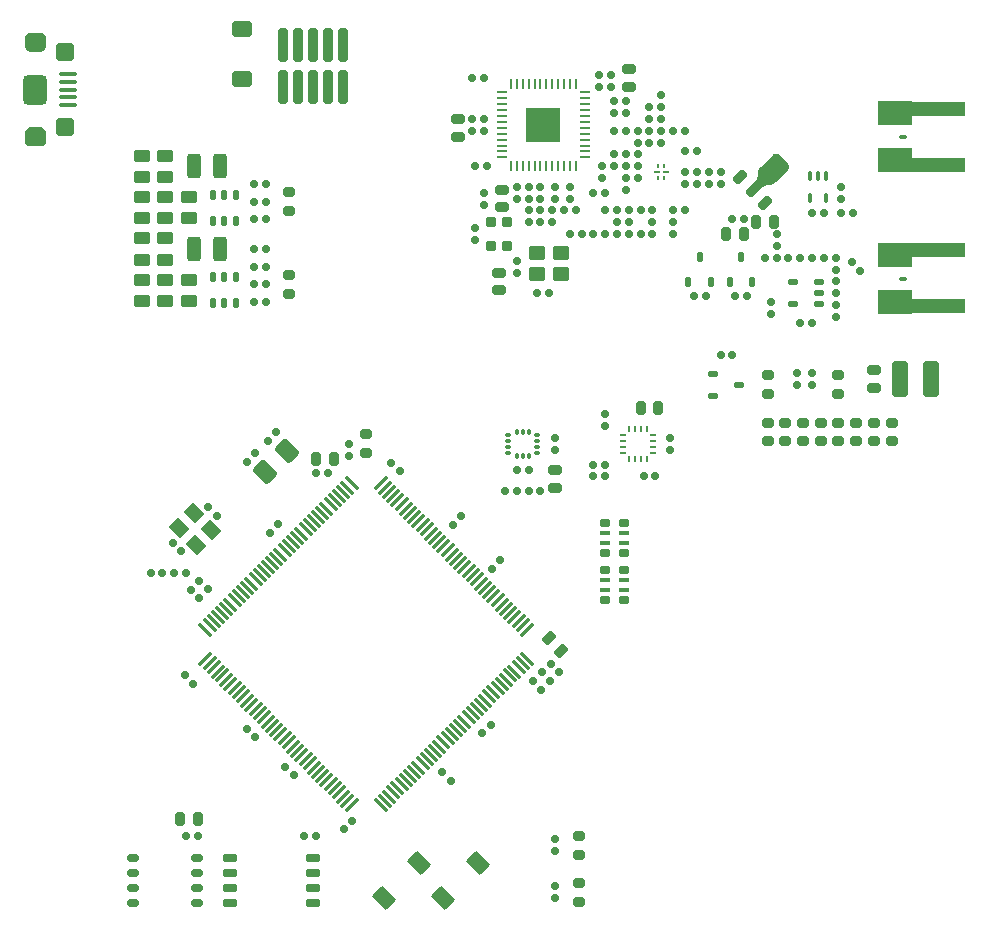
<source format=gtp>
%FSTAX23Y23*%
%MOIN*%
%SFA1B1*%

%IPPOS*%
%AMD17*
4,1,8,-0.018700,0.023000,-0.023000,0.018700,-0.023000,0.014600,0.014600,-0.023000,0.018700,-0.023000,0.023000,-0.018700,0.023000,-0.014600,-0.014600,0.023000,-0.018700,0.023000,0.0*
1,1,0.005906,-0.016700,0.020900*
1,1,0.005906,-0.020900,0.016700*
1,1,0.005906,0.016700,-0.020900*
1,1,0.005906,0.020900,-0.016700*
%
%AMD18*
4,1,8,0.023000,0.018700,0.018700,0.023000,0.014600,0.023000,-0.023000,-0.014600,-0.023000,-0.018700,-0.018700,-0.023000,-0.014600,-0.023000,0.023000,0.014600,0.023000,0.018700,0.0*
1,1,0.005906,0.020900,0.016700*
1,1,0.005906,0.016700,0.020900*
1,1,0.005906,-0.020900,-0.016700*
1,1,0.005906,-0.016700,-0.020900*
%
%AMD19*
4,1,8,-0.007700,-0.011800,0.007700,-0.011800,0.011800,-0.007700,0.011800,0.007700,0.007700,0.011800,-0.007700,0.011800,-0.011800,0.007700,-0.011800,-0.007700,-0.007700,-0.011800,0.0*
1,1,0.008268,-0.007700,-0.007700*
1,1,0.008268,0.007700,-0.007700*
1,1,0.008268,0.007700,0.007700*
1,1,0.008268,-0.007700,0.007700*
%
%AMD20*
4,1,8,0.012800,0.013800,-0.012800,0.013800,-0.019700,0.006900,-0.019700,-0.006900,-0.012800,-0.013800,0.012800,-0.013800,0.019700,-0.006900,0.019700,0.006900,0.012800,0.013800,0.0*
1,1,0.013780,0.012800,0.006900*
1,1,0.013780,-0.012800,0.006900*
1,1,0.013780,-0.012800,-0.006900*
1,1,0.013780,0.012800,-0.006900*
%
%AMD21*
4,1,8,-0.021700,0.010200,-0.021700,-0.010200,-0.016100,-0.015700,0.016100,-0.015700,0.021700,-0.010200,0.021700,0.010200,0.016100,0.015700,-0.016100,0.015700,-0.021700,0.010200,0.0*
1,1,0.011024,-0.016100,0.010200*
1,1,0.011024,-0.016100,-0.010200*
1,1,0.011024,0.016100,-0.010200*
1,1,0.011024,0.016100,0.010200*
%
%AMD22*
4,1,8,-0.002500,-0.008900,0.002500,-0.008900,0.004900,-0.006400,0.004900,0.006400,0.002500,0.008900,-0.002500,0.008900,-0.004900,0.006400,-0.004900,-0.006400,-0.002500,-0.008900,0.0*
1,1,0.004921,-0.002500,-0.006400*
1,1,0.004921,0.002500,-0.006400*
1,1,0.004921,0.002500,0.006400*
1,1,0.004921,-0.002500,0.006400*
%
%AMD23*
4,1,8,0.011800,-0.007700,0.011800,0.007700,0.007700,0.011800,-0.007700,0.011800,-0.011800,0.007700,-0.011800,-0.007700,-0.007700,-0.011800,0.007700,-0.011800,0.011800,-0.007700,0.0*
1,1,0.008268,0.007700,-0.007700*
1,1,0.008268,0.007700,0.007700*
1,1,0.008268,-0.007700,0.007700*
1,1,0.008268,-0.007700,-0.007700*
%
%AMD24*
4,1,8,0.010200,0.021700,-0.010200,0.021700,-0.015700,0.016100,-0.015700,-0.016100,-0.010200,-0.021700,0.010200,-0.021700,0.015700,-0.016100,0.015700,0.016100,0.010200,0.021700,0.0*
1,1,0.011024,0.010200,0.016100*
1,1,0.011024,-0.010200,0.016100*
1,1,0.011024,-0.010200,-0.016100*
1,1,0.011024,0.010200,-0.016100*
%
%AMD25*
4,1,8,0.022600,0.008100,0.008100,0.022600,0.000300,0.022500,-0.022500,-0.000300,-0.022600,-0.008100,-0.008100,-0.022600,-0.000300,-0.022500,0.022500,0.000300,0.022600,0.008100,0.0*
1,1,0.011024,0.018600,0.004200*
1,1,0.011024,0.004200,0.018600*
1,1,0.011024,-0.018600,-0.004200*
1,1,0.011024,-0.004200,-0.018600*
%
%AMD26*
4,1,8,-0.007900,-0.003900,0.007900,-0.003900,0.009800,-0.002000,0.009800,0.002000,0.007900,0.003900,-0.007900,0.003900,-0.009800,0.002000,-0.009800,-0.002000,-0.007900,-0.003900,0.0*
1,1,0.003937,-0.007900,-0.002000*
1,1,0.003937,0.007900,-0.002000*
1,1,0.003937,0.007900,0.002000*
1,1,0.003937,-0.007900,0.002000*
%
%AMD27*
4,1,8,-0.027600,0.012800,-0.027600,-0.012800,-0.020700,-0.019700,0.020700,-0.019700,0.027600,-0.012800,0.027600,0.012800,0.020700,0.019700,-0.020700,0.019700,-0.027600,0.012800,0.0*
1,1,0.013780,-0.020700,0.012800*
1,1,0.013780,-0.020700,-0.012800*
1,1,0.013780,0.020700,-0.012800*
1,1,0.013780,0.020700,0.012800*
%
%AMD28*
4,1,8,0.009800,-0.010800,0.009800,0.010800,0.004900,0.015700,-0.004900,0.015700,-0.009800,0.010800,-0.009800,-0.010800,-0.004900,-0.015700,0.004900,-0.015700,0.009800,-0.010800,0.0*
1,1,0.009843,0.004900,-0.010800*
1,1,0.009843,0.004900,0.010800*
1,1,0.009843,-0.004900,0.010800*
1,1,0.009843,-0.004900,-0.010800*
%
%AMD29*
4,1,8,-0.013800,-0.002900,-0.002900,-0.013800,0.002900,-0.013800,0.013800,-0.002900,0.013800,0.002900,0.002900,0.013800,-0.002900,0.013800,-0.013800,0.002900,-0.013800,-0.002900,0.0*
1,1,0.008268,-0.010900,0.000000*
1,1,0.008268,0.000000,-0.010900*
1,1,0.008268,0.010900,0.000000*
1,1,0.008268,0.000000,0.010900*
%
%AMD30*
4,1,8,0.002900,-0.013800,0.013800,-0.002900,0.013800,0.002900,0.002900,0.013800,-0.002900,0.013800,-0.013800,0.002900,-0.013800,-0.002900,-0.002900,-0.013800,0.002900,-0.013800,0.0*
1,1,0.008268,0.000000,-0.010900*
1,1,0.008268,0.010900,0.000000*
1,1,0.008268,0.000000,0.010900*
1,1,0.008268,-0.010900,0.000000*
%
%AMD31*
4,1,8,0.019200,0.029500,-0.019200,0.029500,-0.029500,0.019200,-0.029500,-0.019200,-0.019200,-0.029500,0.019200,-0.029500,0.029500,-0.019200,0.029500,0.019200,0.019200,0.029500,0.0*
1,1,0.020669,0.019200,0.019200*
1,1,0.020669,-0.019200,0.019200*
1,1,0.020669,-0.019200,-0.019200*
1,1,0.020669,0.019200,-0.019200*
%
%AMD32*
4,1,8,0.026100,0.006900,-0.026100,0.006900,-0.029500,0.003400,-0.029500,-0.003400,-0.026100,-0.006900,0.026100,-0.006900,0.029500,-0.003400,0.029500,0.003400,0.026100,0.006900,0.0*
1,1,0.006890,0.026100,0.003400*
1,1,0.006890,-0.026100,0.003400*
1,1,0.006890,-0.026100,-0.003400*
1,1,0.006890,0.026100,-0.003400*
%
%AMD33*
4,1,8,0.025600,0.049200,-0.025600,0.049200,-0.039400,0.035400,-0.039400,-0.035400,-0.025600,-0.049200,0.025600,-0.049200,0.039400,-0.035400,0.039400,0.035400,0.025600,0.049200,0.0*
1,1,0.027559,0.025600,0.035400*
1,1,0.027559,-0.025600,0.035400*
1,1,0.027559,-0.025600,-0.035400*
1,1,0.027559,0.025600,-0.035400*
%
%AMD34*
4,1,8,-0.010800,-0.009800,0.010800,-0.009800,0.015700,-0.004900,0.015700,0.004900,0.010800,0.009800,-0.010800,0.009800,-0.015700,0.004900,-0.015700,-0.004900,-0.010800,-0.009800,0.0*
1,1,0.009843,-0.010800,-0.004900*
1,1,0.009843,0.010800,-0.004900*
1,1,0.009843,0.010800,0.004900*
1,1,0.009843,-0.010800,0.004900*
%
%AMD35*
4,1,8,-0.002200,-0.015700,0.002200,-0.015700,0.004300,-0.013600,0.004300,0.013600,0.002200,0.015700,-0.002200,0.015700,-0.004300,0.013600,-0.004300,-0.013600,-0.002200,-0.015700,0.0*
1,1,0.004331,-0.002200,-0.013600*
1,1,0.004331,0.002200,-0.013600*
1,1,0.004331,0.002200,0.013600*
1,1,0.004331,-0.002200,0.013600*
%
%AMD36*
4,1,8,0.015700,-0.002200,0.015700,0.002200,0.013600,0.004300,-0.013600,0.004300,-0.015700,0.002200,-0.015700,-0.002200,-0.013600,-0.004300,0.013600,-0.004300,0.015700,-0.002200,0.0*
1,1,0.004331,0.013600,-0.002200*
1,1,0.004331,0.013600,0.002200*
1,1,0.004331,-0.013600,0.002200*
1,1,0.004331,-0.013600,-0.002200*
%
%AMD37*
4,1,8,0.000000,0.022200,-0.022200,0.000000,-0.022300,-0.011100,-0.011100,-0.022300,0.000000,-0.022200,0.022200,0.000000,0.022300,0.011100,0.011100,0.022300,0.000000,0.022200,0.0*
1,1,0.015748,0.005500,0.016700*
1,1,0.015748,-0.016700,-0.005500*
1,1,0.015748,-0.005500,-0.016700*
1,1,0.015748,0.016700,0.005500*
%
%AMD38*
4,1,8,0.003000,0.015700,-0.003000,0.015700,-0.005900,0.012800,-0.005900,-0.012800,-0.003000,-0.015700,0.003000,-0.015700,0.005900,-0.012800,0.005900,0.012800,0.003000,0.015700,0.0*
1,1,0.005906,0.003000,0.012800*
1,1,0.005906,-0.003000,0.012800*
1,1,0.005906,-0.003000,-0.012800*
1,1,0.005906,0.003000,-0.012800*
%
%AMD39*
4,1,8,0.030300,0.003000,0.003000,0.030300,-0.008600,0.030400,-0.030400,0.008600,-0.030300,-0.003000,-0.003000,-0.030300,0.008600,-0.030400,0.030400,-0.008600,0.030300,0.003000,0.0*
1,1,0.016535,0.024500,-0.002800*
1,1,0.016535,-0.002800,0.024500*
1,1,0.016535,-0.024500,0.002800*
1,1,0.016535,0.002800,-0.024500*
%
%AMD40*
4,1,8,-0.005900,0.006900,-0.005900,-0.006900,-0.003000,-0.009800,0.003000,-0.009800,0.005900,-0.006900,0.005900,0.006900,0.003000,0.009800,-0.003000,0.009800,-0.005900,0.006900,0.0*
1,1,0.005906,-0.003000,0.006900*
1,1,0.005906,-0.003000,-0.006900*
1,1,0.005906,0.003000,-0.006900*
1,1,0.005906,0.003000,0.006900*
%
%AMD41*
4,1,8,0.006900,0.005900,-0.006900,0.005900,-0.009800,0.003000,-0.009800,-0.003000,-0.006900,-0.005900,0.006900,-0.005900,0.009800,-0.003000,0.009800,0.003000,0.006900,0.005900,0.0*
1,1,0.005906,0.006900,0.003000*
1,1,0.005906,-0.006900,0.003000*
1,1,0.005906,-0.006900,-0.003000*
1,1,0.005906,0.006900,-0.003000*
%
%AMD42*
4,1,8,0.019700,-0.010200,0.019700,0.010200,0.014200,0.015700,-0.014200,0.015700,-0.019700,0.010200,-0.019700,-0.010200,-0.014200,-0.015700,0.014200,-0.015700,0.019700,-0.010200,0.0*
1,1,0.011024,0.014200,-0.010200*
1,1,0.011024,0.014200,0.010200*
1,1,0.011024,-0.014200,0.010200*
1,1,0.011024,-0.014200,-0.010200*
%
%AMD43*
4,1,8,-0.010100,0.037300,-0.037300,0.010100,-0.037300,0.001100,0.001100,-0.037300,0.010100,-0.037300,0.037300,-0.010100,0.037300,-0.001100,-0.001100,0.037300,-0.010100,0.037300,0.0*
1,1,0.012795,-0.005600,0.032700*
1,1,0.012795,-0.032700,0.005600*
1,1,0.012795,0.005600,-0.032700*
1,1,0.012795,0.032700,-0.005600*
%
%AMD44*
4,1,8,0.016700,0.013800,-0.016700,0.013800,-0.023600,0.006900,-0.023600,-0.006900,-0.016700,-0.013800,0.016700,-0.013800,0.023600,-0.006900,0.023600,0.006900,0.016700,0.013800,0.0*
1,1,0.013780,0.016700,0.006900*
1,1,0.013780,-0.016700,0.006900*
1,1,0.013780,-0.016700,-0.006900*
1,1,0.013780,0.016700,-0.006900*
%
%AMD45*
4,1,8,-0.017700,0.010200,-0.017700,-0.010200,-0.012200,-0.015700,0.012200,-0.015700,0.017700,-0.010200,0.017700,0.010200,0.012200,0.015700,-0.012200,0.015700,-0.017700,0.010200,0.0*
1,1,0.011024,-0.012200,0.010200*
1,1,0.011024,-0.012200,-0.010200*
1,1,0.011024,0.012200,-0.010200*
1,1,0.011024,0.012200,0.010200*
%
%AMD48*
4,1,8,0.033500,-0.019200,0.033500,0.019200,0.027100,0.025600,-0.027100,0.025600,-0.033500,0.019200,-0.033500,-0.019200,-0.027100,-0.025600,0.027100,-0.025600,0.033500,-0.019200,0.0*
1,1,0.012795,0.027100,-0.019200*
1,1,0.012795,0.027100,0.019200*
1,1,0.012795,-0.027100,0.019200*
1,1,0.012795,-0.027100,-0.019200*
%
%AMD49*
4,1,8,0.015700,-0.049600,0.015700,0.049600,0.010200,0.055100,-0.010200,0.055100,-0.015700,0.049600,-0.015700,-0.049600,-0.010200,-0.055100,0.010200,-0.055100,0.015700,-0.049600,0.0*
1,1,0.011024,0.010200,-0.049600*
1,1,0.011024,0.010200,0.049600*
1,1,0.011024,-0.010200,0.049600*
1,1,0.011024,-0.010200,-0.049600*
%
%AMD50*
4,1,8,0.019300,0.023600,-0.019300,0.023600,-0.027600,0.015400,-0.027600,-0.015400,-0.019300,-0.023600,0.019300,-0.023600,0.027600,-0.015400,0.027600,0.015400,0.019300,0.023600,0.0*
1,1,0.016535,0.019300,0.015400*
1,1,0.016535,-0.019300,0.015400*
1,1,0.016535,-0.019300,-0.015400*
1,1,0.016535,0.019300,-0.015400*
%
%AMD51*
4,1,8,-0.009700,-0.005900,0.009700,-0.005900,0.011800,-0.003800,0.011800,0.003800,0.009700,0.005900,-0.009700,0.005900,-0.011800,0.003800,-0.011800,-0.003800,-0.009700,-0.005900,0.0*
1,1,0.004134,-0.009700,-0.003800*
1,1,0.004134,0.009700,-0.003800*
1,1,0.004134,0.009700,0.003800*
1,1,0.004134,-0.009700,0.003800*
%
%AMD52*
4,1,8,-0.057100,-0.057100,0.057100,-0.057100,0.057100,-0.057100,0.057100,0.057100,0.057100,0.057100,-0.057100,0.057100,-0.057100,0.057100,-0.057100,-0.057100,-0.057100,-0.057100,0.0*
1,1,0.000000,-0.057100,-0.057100*
1,1,0.000000,0.057100,-0.057100*
1,1,0.000000,0.057100,0.057100*
1,1,0.000000,-0.057100,0.057100*
%
%AMD53*
4,1,8,0.020700,0.059100,-0.020700,0.059100,-0.027600,0.052200,-0.027600,-0.052200,-0.020700,-0.059100,0.020700,-0.059100,0.027600,-0.052200,0.027600,0.052200,0.020700,0.059100,0.0*
1,1,0.013780,0.020700,0.052200*
1,1,0.013780,-0.020700,0.052200*
1,1,0.013780,-0.020700,-0.052200*
1,1,0.013780,0.020700,-0.052200*
%
%AMD54*
4,1,8,-0.015700,0.007700,-0.015700,-0.007700,-0.011600,-0.011800,0.011600,-0.011800,0.015700,-0.007700,0.015700,0.007700,0.011600,0.011800,-0.011600,0.011800,-0.015700,0.007700,0.0*
1,1,0.008268,-0.011600,0.007700*
1,1,0.008268,-0.011600,-0.007700*
1,1,0.008268,0.011600,-0.007700*
1,1,0.008268,0.011600,0.007700*
%
%AMD55*
4,1,8,-0.015700,0.005100,-0.015700,-0.005100,-0.013000,-0.007900,0.013000,-0.007900,0.015700,-0.005100,0.015700,0.005100,0.013000,0.007900,-0.013000,0.007900,-0.015700,0.005100,0.0*
1,1,0.005512,-0.013000,0.005100*
1,1,0.005512,-0.013000,-0.005100*
1,1,0.005512,0.013000,-0.005100*
1,1,0.005512,0.013000,0.005100*
%
%AMD56*
4,1,8,-0.002000,-0.006500,0.002000,-0.006500,0.003900,-0.004500,0.003900,0.004500,0.002000,0.006500,-0.002000,0.006500,-0.003900,0.004500,-0.003900,-0.004500,-0.002000,-0.006500,0.0*
1,1,0.003937,-0.002000,-0.004500*
1,1,0.003937,0.002000,-0.004500*
1,1,0.003937,0.002000,0.004500*
1,1,0.003937,-0.002000,0.004500*
%
%AMD57*
4,1,8,-0.008900,0.002500,-0.008900,-0.002500,-0.006400,-0.004900,0.006400,-0.004900,0.008900,-0.002500,0.008900,0.002500,0.006400,0.004900,-0.006400,0.004900,-0.008900,0.002500,0.0*
1,1,0.004921,-0.006400,0.002500*
1,1,0.004921,-0.006400,-0.002500*
1,1,0.004921,0.006400,-0.002500*
1,1,0.004921,0.006400,0.002500*
%
%AMD58*
4,1,8,-0.012400,0.037700,-0.037700,0.012400,-0.037800,-0.001300,-0.001300,-0.037800,0.012400,-0.037700,0.037700,-0.012400,0.037800,0.001300,0.001300,0.037800,-0.012400,0.037700,0.0*
1,1,0.019291,-0.005600,0.030900*
1,1,0.019291,-0.030900,0.005600*
1,1,0.019291,0.005600,-0.030900*
1,1,0.019291,0.030900,-0.005600*
%
%AMD59*
4,1,8,0.014100,0.041300,-0.014100,0.041300,-0.021700,0.033800,-0.021700,-0.033800,-0.014100,-0.041300,0.014100,-0.041300,0.021700,-0.033800,0.021700,0.033800,0.014100,0.041300,0.0*
1,1,0.015157,0.014100,0.033800*
1,1,0.015157,-0.014100,0.033800*
1,1,0.015157,-0.014100,-0.033800*
1,1,0.015157,0.014100,-0.033800*
%
G04~CAMADD=17~8~0.0~0.0~118.1~590.6~29.5~0.0~15~0.0~0.0~0.0~0.0~0~0.0~0.0~0.0~0.0~0~0.0~0.0~0.0~45.0~476.0~476.0*
%ADD17D17*%
G04~CAMADD=18~8~0.0~0.0~118.1~590.6~29.5~0.0~15~0.0~0.0~0.0~0.0~0~0.0~0.0~0.0~0.0~0~0.0~0.0~0.0~315.0~476.0~476.0*
%ADD18D18*%
G04~CAMADD=19~8~0.0~0.0~236.2~236.2~41.3~0.0~15~0.0~0.0~0.0~0.0~0~0.0~0.0~0.0~0.0~0~0.0~0.0~0.0~180.0~236.0~236.0*
%ADD19D19*%
G04~CAMADD=20~8~0.0~0.0~393.7~275.6~68.9~0.0~15~0.0~0.0~0.0~0.0~0~0.0~0.0~0.0~0.0~0~0.0~0.0~0.0~0.0~393.7~275.6*
%ADD20D20*%
G04~CAMADD=21~8~0.0~0.0~315.0~433.1~55.1~0.0~15~0.0~0.0~0.0~0.0~0~0.0~0.0~0.0~0.0~0~0.0~0.0~0.0~90.0~434.0~315.0*
%ADD21D21*%
G04~CAMADD=22~8~0.0~0.0~98.4~177.2~24.6~0.0~15~0.0~0.0~0.0~0.0~0~0.0~0.0~0.0~0.0~0~0.0~0.0~0.0~180.0~100.0~178.0*
%ADD22D22*%
G04~CAMADD=23~8~0.0~0.0~236.2~236.2~41.3~0.0~15~0.0~0.0~0.0~0.0~0~0.0~0.0~0.0~0.0~0~0.0~0.0~0.0~270.0~236.0~236.0*
%ADD23D23*%
G04~CAMADD=24~8~0.0~0.0~315.0~433.1~55.1~0.0~15~0.0~0.0~0.0~0.0~0~0.0~0.0~0.0~0.0~0~0.0~0.0~0.0~0.0~315.0~433.1*
%ADD24D24*%
G04~CAMADD=25~8~0.0~0.0~315.0~433.1~55.1~0.0~15~0.0~0.0~0.0~0.0~0~0.0~0.0~0.0~0.0~0~0.0~0.0~0.0~315.0~482.0~482.0*
%ADD25D25*%
G04~CAMADD=26~8~0.0~0.0~196.9~78.7~19.7~0.0~15~0.0~0.0~0.0~0.0~0~0.0~0.0~0.0~0.0~0~0.0~0.0~0.0~180.0~196.0~78.0*
%ADD26D26*%
G04~CAMADD=27~8~0.0~0.0~393.7~551.2~68.9~0.0~15~0.0~0.0~0.0~0.0~0~0.0~0.0~0.0~0.0~0~0.0~0.0~0.0~90.0~552.0~395.0*
%ADD27D27*%
G04~CAMADD=28~8~0.0~0.0~315.0~196.9~49.2~0.0~15~0.0~0.0~0.0~0.0~0~0.0~0.0~0.0~0.0~0~0.0~0.0~0.0~270.0~196.0~314.0*
%ADD28D28*%
G04~CAMADD=29~8~0.0~0.0~236.2~236.2~41.3~0.0~15~0.0~0.0~0.0~0.0~0~0.0~0.0~0.0~0.0~0~0.0~0.0~0.0~135.0~300.0~299.0*
%ADD29D29*%
G04~CAMADD=30~8~0.0~0.0~236.2~236.2~41.3~0.0~15~0.0~0.0~0.0~0.0~0~0.0~0.0~0.0~0.0~0~0.0~0.0~0.0~225.0~300.0~299.0*
%ADD30D30*%
G04~CAMADD=31~8~0.0~0.0~590.6~590.6~103.3~0.0~15~0.0~0.0~0.0~0.0~0~0.0~0.0~0.0~0.0~0~0.0~0.0~0.0~0.0~590.6~590.6*
%ADD31D31*%
G04~CAMADD=32~8~0.0~0.0~590.6~137.8~34.4~0.0~15~0.0~0.0~0.0~0.0~0~0.0~0.0~0.0~0.0~0~0.0~0.0~0.0~0.0~590.6~137.8*
%ADD32D32*%
G04~CAMADD=33~8~0.0~0.0~787.4~984.3~137.8~0.0~15~0.0~0.0~0.0~0.0~0~0.0~0.0~0.0~0.0~0~0.0~0.0~0.0~0.0~787.4~984.3*
%ADD33D33*%
G04~CAMADD=34~8~0.0~0.0~315.0~196.9~49.2~0.0~15~0.0~0.0~0.0~0.0~0~0.0~0.0~0.0~0.0~0~0.0~0.0~0.0~180.0~314.0~196.0*
%ADD34D34*%
G04~CAMADD=35~8~0.0~0.0~86.6~315.0~21.7~0.0~15~0.0~0.0~0.0~0.0~0~0.0~0.0~0.0~0.0~0~0.0~0.0~0.0~180.0~86.0~314.0*
%ADD35D35*%
G04~CAMADD=36~8~0.0~0.0~86.6~315.0~21.7~0.0~15~0.0~0.0~0.0~0.0~0~0.0~0.0~0.0~0.0~0~0.0~0.0~0.0~270.0~314.0~86.0*
%ADD36D36*%
G04~CAMADD=37~8~0.0~0.0~472.4~315.0~78.7~0.0~15~0.0~0.0~0.0~0.0~0~0.0~0.0~0.0~0.0~0~0.0~0.0~0.0~45.0~490.0~490.0*
%ADD37D37*%
G04~CAMADD=38~8~0.0~0.0~118.1~315.0~29.5~0.0~15~0.0~0.0~0.0~0.0~0~0.0~0.0~0.0~0.0~0~0.0~0.0~0.0~0.0~118.1~315.0*
%ADD38D38*%
G04~CAMADD=39~8~0.0~0.0~551.2~472.4~82.7~0.0~15~0.0~0.0~0.0~0.0~0~0.0~0.0~0.0~0.0~0~0.0~0.0~0.0~315.0~654.0~654.0*
%ADD39D39*%
G04~CAMADD=40~8~0.0~0.0~196.9~118.1~29.5~0.0~15~0.0~0.0~0.0~0.0~0~0.0~0.0~0.0~0.0~0~0.0~0.0~0.0~90.0~118.0~196.0*
%ADD40D40*%
G04~CAMADD=41~8~0.0~0.0~196.9~118.1~29.5~0.0~15~0.0~0.0~0.0~0.0~0~0.0~0.0~0.0~0.0~0~0.0~0.0~0.0~0.0~196.9~118.1*
%ADD41D41*%
G04~CAMADD=42~8~0.0~0.0~315.0~393.7~55.1~0.0~15~0.0~0.0~0.0~0.0~0~0.0~0.0~0.0~0.0~0~0.0~0.0~0.0~270.0~394.0~315.0*
%ADD42D42*%
G04~CAMADD=43~8~0.0~0.0~511.8~669.3~64.0~0.0~15~0.0~0.0~0.0~0.0~0~0.0~0.0~0.0~0.0~0~0.0~0.0~0.0~45.0~783.0~781.0*
%ADD43D43*%
G04~CAMADD=44~8~0.0~0.0~472.4~275.6~68.9~0.0~15~0.0~0.0~0.0~0.0~0~0.0~0.0~0.0~0.0~0~0.0~0.0~0.0~0.0~472.4~275.6*
%ADD44D44*%
G04~CAMADD=45~8~0.0~0.0~315.0~354.3~55.1~0.0~15~0.0~0.0~0.0~0.0~0~0.0~0.0~0.0~0.0~0~0.0~0.0~0.0~90.0~354.0~314.0*
%ADD45D45*%
%ADD46R,0.181102X0.049212*%
%ADD47R,0.118110X0.078740*%
G04~CAMADD=48~8~0.0~0.0~511.8~669.3~64.0~0.0~15~0.0~0.0~0.0~0.0~0~0.0~0.0~0.0~0.0~0~0.0~0.0~0.0~270.0~670.0~512.0*
%ADD48D48*%
G04~CAMADD=49~8~0.0~0.0~1102.4~315.0~55.1~0.0~15~0.0~0.0~0.0~0.0~0~0.0~0.0~0.0~0.0~0~0.0~0.0~0.0~270.0~314.0~1102.0*
%ADD49D49*%
G04~CAMADD=50~8~0.0~0.0~551.2~472.4~82.7~0.0~15~0.0~0.0~0.0~0.0~0~0.0~0.0~0.0~0.0~0~0.0~0.0~0.0~0.0~551.2~472.4*
%ADD50D50*%
G04~CAMADD=51~8~0.0~0.0~236.2~118.1~20.7~0.0~15~0.0~0.0~0.0~0.0~0~0.0~0.0~0.0~0.0~0~0.0~0.0~0.0~180.0~236.0~118.0*
%ADD51D51*%
G04~CAMADD=52~8~0.0~0.0~1141.7~1141.7~0.0~0.0~15~0.0~0.0~0.0~0.0~0~0.0~0.0~0.0~0.0~0~0.0~0.0~0.0~180.0~1142.0~1142.0*
%ADD52D52*%
G04~CAMADD=53~8~0.0~0.0~551.2~1181.1~68.9~0.0~15~0.0~0.0~0.0~0.0~0~0.0~0.0~0.0~0.0~0~0.0~0.0~0.0~0.0~551.2~1181.1*
%ADD53D53*%
G04~CAMADD=54~8~0.0~0.0~236.2~315.0~41.3~0.0~15~0.0~0.0~0.0~0.0~0~0.0~0.0~0.0~0.0~0~0.0~0.0~0.0~90.0~314.0~236.0*
%ADD54D54*%
G04~CAMADD=55~8~0.0~0.0~157.5~315.0~27.6~0.0~15~0.0~0.0~0.0~0.0~0~0.0~0.0~0.0~0.0~0~0.0~0.0~0.0~90.0~316.0~157.0*
%ADD55D55*%
G04~CAMADD=56~8~0.0~0.0~78.7~129.9~19.7~0.0~15~0.0~0.0~0.0~0.0~0~0.0~0.0~0.0~0.0~0~0.0~0.0~0.0~180.0~78.0~130.0*
%ADD56D56*%
G04~CAMADD=57~8~0.0~0.0~98.4~177.2~24.6~0.0~15~0.0~0.0~0.0~0.0~0~0.0~0.0~0.0~0.0~0~0.0~0.0~0.0~90.0~178.0~99.0*
%ADD57D57*%
G04~CAMADD=58~8~0.0~0.0~551.2~708.7~96.5~0.0~15~0.0~0.0~0.0~0.0~0~0.0~0.0~0.0~0.0~0~0.0~0.0~0.0~45.0~810.0~809.0*
%ADD58D58*%
G04~CAMADD=59~8~0.0~0.0~433.1~826.8~75.8~0.0~15~0.0~0.0~0.0~0.0~0~0.0~0.0~0.0~0.0~0~0.0~0.0~0.0~0.0~433.1~826.8*
%ADD59D59*%
%LNsysdev3-1*%
%LPD*%
G36*
X00112Y01405D02*
Y01401D01*
X00109Y01394*
X00103Y01388*
X00096Y01385*
X00092*
X00064*
X00061*
X00053Y01388*
X00048Y01394*
X00045Y01401*
Y01405*
Y01435*
Y01438*
X00046Y01442*
X0005Y01445*
X00054Y01446*
X00056*
X00101*
X00103*
X00107Y01445*
X0011Y01442*
X00112Y01438*
Y01435*
Y01405*
G37*
G36*
Y01114D02*
Y01118D01*
X00109Y01125*
X00103Y0113*
X00096Y01133*
X00092*
X00064*
X00061*
X00053Y0113*
X00048Y01125*
X00045Y01118*
Y01114*
Y01083*
Y01081*
X00046Y01077*
X0005Y01074*
X00054Y01072*
X00056*
X00101*
X00103*
X00107Y01074*
X0011Y01077*
X00112Y01081*
Y01083*
Y01114*
G37*
G36*
X02466Y00943D02*
X02478Y00955D01*
X0248Y00957*
X02483Y00961*
X02485Y00966*
X02486Y00971*
X02486Y00974*
Y00978*
X02487Y00986*
X0249Y00993*
X02495Y01*
X02498Y01002*
X02536Y01041*
X02538Y01043*
X02544Y01045*
X0255*
X02556Y01043*
X02558Y01041*
X02586Y01013*
X02588Y01011*
X02591Y01005*
Y00999*
X02588Y00993*
X02586Y00991*
X02548Y00952*
X02545Y0095*
X02538Y00945*
X02531Y00942*
X02523Y00941*
X02519*
X02517Y0094*
X02511Y00939*
X02507Y00937*
X02502Y00934*
X025Y00933*
X02489Y00921*
X02466Y00943*
G37*
G54D17*
X01132Y-00054D03*
X01369Y-00987D03*
X01703Y-00653D03*
X01522Y-00834D03*
X00714Y-00472D03*
X00728Y-00458D03*
X00923Y-00263D03*
X00645Y-00541D03*
X00659Y-00527D03*
X00673Y-00513D03*
X00686Y-005D03*
X007Y-00486D03*
X00742Y-00444D03*
X00756Y-0043D03*
X0077Y-00416D03*
X00784Y-00402D03*
X00798Y-00388D03*
X00812Y-00374D03*
X00826Y-0036D03*
X0084Y-00346D03*
X00853Y-00333D03*
X00867Y-00319D03*
X00881Y-00305D03*
X00895Y-00291D03*
X00909Y-00277D03*
X00937Y-00249D03*
X00951Y-00235D03*
X00965Y-00221D03*
X00979Y-00207D03*
X00993Y-00193D03*
X01007Y-00179D03*
X01021Y-00166D03*
X01034Y-00152D03*
X01048Y-00138D03*
X01062Y-00124D03*
X01076Y-0011D03*
X0109Y-00096D03*
X01104Y-00082D03*
X01118Y-00068D03*
X01396Y-00959D03*
X01382Y-00973D03*
X01257Y-01098D03*
X01285Y-0107D03*
X01271Y-01084D03*
X01299Y-01056D03*
X01313Y-01042D03*
X01341Y-01015D03*
X01355Y-01001D03*
X01327Y-01029D03*
X01243Y-01112D03*
X01229Y-01126D03*
X0141Y-00945D03*
X01605Y-0075D03*
X01633Y-00722D03*
X01647Y-00708D03*
X01661Y-00694D03*
X01675Y-00681D03*
X01689Y-00667D03*
X01717Y-00639D03*
X01619Y-00736D03*
X01424Y-00931D03*
X01438Y-00917D03*
X01466Y-00889D03*
X0148Y-00875D03*
X01508Y-00848D03*
X01549Y-00806D03*
X01591Y-00764D03*
X01563Y-00792D03*
X01577Y-00778D03*
X01536Y-0082D03*
X01494Y-00861D03*
X01452Y-00903D03*
G54D18*
X01118Y-01112D03*
X00979Y-00973D03*
X0084Y-00834D03*
X00659Y-00653D03*
X01243Y-00068D03*
X01424Y-00249D03*
X01563Y-00388D03*
X01229Y-00054D03*
X01257Y-00082D03*
X01271Y-00096D03*
X01285Y-0011D03*
X01299Y-00124D03*
X01313Y-00138D03*
X01327Y-00152D03*
X01341Y-00166D03*
X01355Y-00179D03*
X01369Y-00193D03*
X01382Y-00207D03*
X01396Y-00221D03*
X0141Y-00235D03*
X01438Y-00263D03*
X01452Y-00277D03*
X01466Y-00291D03*
X0148Y-00305D03*
X01494Y-00319D03*
X01508Y-00333D03*
X01522Y-00346D03*
X01536Y-0036D03*
X01549Y-00374D03*
X01577Y-00402D03*
X01591Y-00416D03*
X01605Y-0043D03*
X01619Y-00444D03*
X01633Y-00458D03*
X01647Y-00472D03*
X01661Y-00486D03*
X01675Y-005D03*
X01689Y-00513D03*
X01703Y-00527D03*
X01717Y-00541D03*
X01132Y-01126D03*
X01104Y-01098D03*
X0109Y-01084D03*
X01076Y-0107D03*
X01062Y-01056D03*
X01048Y-01042D03*
X01034Y-01029D03*
X01021Y-01015D03*
X01007Y-01001D03*
X00993Y-00987D03*
X00965Y-00959D03*
X00951Y-00945D03*
X00937Y-00931D03*
X00923Y-00917D03*
X00909Y-00903D03*
X00895Y-00889D03*
X00881Y-00875D03*
X00867Y-00861D03*
X00853Y-00848D03*
X00826Y-0082D03*
X00812Y-00806D03*
X00798Y-00792D03*
X00784Y-00778D03*
X0077Y-00764D03*
X00756Y-0075D03*
X00742Y-00736D03*
X00728Y-00722D03*
X00714Y-00708D03*
X007Y-00694D03*
X00686Y-00681D03*
X00673Y-00667D03*
X00645Y-00639D03*
G54D19*
X00974Y-0123D03*
X0058D03*
X02145Y-00029D03*
X02706Y00846D03*
X00807Y00826D03*
Y00551D03*
X00846Y00728D03*
X02312Y0057D03*
X02096Y00856D03*
X01978D03*
X02805Y00846D03*
X02667Y00482D03*
X01791Y0058D03*
X02509Y00698D03*
X02401Y00826D03*
X01053Y-00019D03*
X01722Y-00009D03*
X02401Y00374D03*
X02047Y01181D03*
Y0122D03*
Y01043D03*
X01801Y00816D03*
X01535Y01122D03*
Y01161D03*
X02283Y01053D03*
X02244Y00856D03*
Y00944D03*
X01574Y01299D03*
X02588Y00698D03*
X02627D03*
X0244Y00826D03*
X01535Y01299D03*
X01899Y00777D03*
X0186D03*
X01938D03*
X01978D03*
X02017Y00856D03*
X02057D03*
X02135Y00777D03*
X02096D03*
X02627Y00482D03*
X02706Y00698D03*
X02667D03*
X02765Y00846D03*
X02273Y0057D03*
X0245D03*
X02411D03*
X02549Y00698D03*
X02007Y01122D03*
X02047D03*
X02204D03*
X02244D03*
X02125D03*
X02086D03*
X01751Y0058D03*
X01683Y-00009D03*
X01013Y-00019D03*
X02362Y00374D03*
X02244Y01053D03*
X01574Y01161D03*
Y01122D03*
X01545Y01003D03*
X01584D03*
X01801Y00856D03*
X01761D03*
Y00816D03*
X0184Y00856D03*
X01879D03*
X02007Y01043D03*
Y01003D03*
X02047D03*
X01978Y00915D03*
X01938D03*
X02007Y0122D03*
Y01181D03*
X02283Y00984D03*
X02244D03*
X02283Y00944D03*
X02204Y00856D03*
X02165Y01082D03*
X02125D03*
X02106Y-00029D03*
X0062Y-0123D03*
X01013D03*
X0058Y-00354D03*
X00541D03*
X00462D03*
X00501D03*
X02667Y00846D03*
X01978Y00009D03*
X01938D03*
X01978Y-00029D03*
X01938D03*
X00807Y00944D03*
X00846D03*
Y00885D03*
X00807D03*
Y00669D03*
X00846D03*
X00807Y00728D03*
X00846Y00551D03*
Y0061D03*
X00807D03*
X01643Y-00078D03*
X01683D03*
X01761D03*
X01722D03*
X00846Y00826D03*
G54D20*
X00405Y-01452D03*
X00618Y-01302D03*
Y-01352D03*
Y-01402D03*
Y-01452D03*
X00405Y-01402D03*
Y-01352D03*
Y-01302D03*
G54D21*
X01811Y-00068D03*
X01624Y0059D03*
X01486Y01161D03*
X02057Y01328D03*
X01633Y00866D03*
X01624Y00649D03*
X01486Y01102D03*
X02874Y00324D03*
Y00265D03*
X01633Y00925D03*
X02057Y01269D03*
X01811Y-00009D03*
G54D22*
X02076Y00128D03*
X02116D03*
X02057Y00029D03*
X02076D03*
X02096D03*
X02116D03*
X02096Y00128D03*
X02057D03*
G54D23*
X01978Y00177D03*
X02086Y00964D03*
X01811Y00098D03*
X02746Y0058D03*
X02529Y00511D03*
X02746Y00541D03*
X01683Y00649D03*
X02165Y0124D03*
X01998Y01309D03*
X02047Y00925D03*
X01722Y00856D03*
X01545Y00797D03*
X01968Y00964D03*
X01761Y00895D03*
X01722D03*
X01683D03*
X01811D03*
X01958Y01309D03*
X01683Y00688D03*
X02017Y00777D03*
Y00816D03*
X02057Y00777D03*
Y00816D03*
X02135D03*
Y00856D03*
X0186Y00935D03*
Y00895D03*
X01811Y00935D03*
X02746Y00501D03*
X02529Y00551D03*
X02746Y00659D03*
Y00698D03*
Y0062D03*
X02765Y00895D03*
Y00935D03*
X02165Y01161D03*
Y01122D03*
X02549Y00738D03*
Y00777D03*
X02086Y01043D03*
Y01082D03*
X02125Y01161D03*
Y012D03*
X02165D03*
X01811Y-0124D03*
Y-01279D03*
Y-01397D03*
Y-01437D03*
X01122Y00039D03*
Y00078D03*
X01683Y00935D03*
X01722D03*
X01574Y00875D03*
Y00915D03*
X01761Y00935D03*
X01968Y01003D03*
X01545Y00757D03*
X01722Y00816D03*
X02047Y00964D03*
X01998Y01269D03*
X01958D03*
X02322Y00984D03*
Y00944D03*
X02362D03*
Y00984D03*
X02204Y00816D03*
Y00777D03*
X02086Y01003D03*
X01978Y00137D03*
X02194Y00098D03*
Y00059D03*
X02667Y00275D03*
Y00314D03*
X02618Y00275D03*
Y00314D03*
X01811Y00059D03*
G54D24*
X02155Y00196D03*
X00561Y-01171D03*
X01072Y00029D03*
X02381Y00777D03*
X02539Y00816D03*
X0248D03*
X0244Y00777D03*
X01013Y00029D03*
X0062Y-01171D03*
X02096Y00196D03*
G54D25*
X0179Y-00569D03*
X01831Y-00611D03*
G54D26*
X02149Y00984D03*
X02181D03*
G54D27*
X00433Y00692D03*
X00511D03*
X0059Y00555D03*
X00433D03*
X00511D03*
X00433Y00968D03*
X00511D03*
X0059Y0083D03*
X00511D03*
X00433D03*
X00511Y00625D03*
X00433D03*
X0059D03*
X00511Y00763D03*
X00433D03*
X0059Y00901D03*
X00511D03*
X00433D03*
Y01039D03*
X00511D03*
G54D28*
X00708Y00909D03*
Y00633D03*
X0233Y00616D03*
X02293Y00702D03*
X02255Y00616D03*
X02431Y00702D03*
X02468Y00616D03*
X02393D03*
X00746Y00633D03*
X00671D03*
Y00547D03*
X00708D03*
X00746D03*
Y00909D03*
X00671D03*
Y00822D03*
X00708D03*
X00746D03*
G54D29*
X01795Y-00712D03*
X01765Y-00742D03*
X00783Y-00871D03*
X00576Y-00694D03*
X00655Y-00133D03*
X00565Y-00279D03*
X00625Y-00379D03*
X00596Y-00409D03*
X01463Y-01045D03*
X01293Y-00013D03*
X00911Y-00999D03*
X02828Y00655D03*
X02801Y00683D03*
X00624Y-00437D03*
X00653Y-00407D03*
X00537Y-00251D03*
X00683Y-00161D03*
X00939Y-01027D03*
X01265Y00013D03*
X01435Y-01017D03*
X00604Y-00722D03*
X00811Y-00899D03*
X01738Y-00714D03*
X01767Y-00684D03*
X01824Y-00683D03*
X01797Y-00655D03*
G54D30*
X0088Y00117D03*
X00782Y00019D03*
X00887Y-0019D03*
X01568Y-00887D03*
X01498Y-00163D03*
X01628Y-0031D03*
X01108Y-01206D03*
X0147Y-00191D03*
X01135Y-01178D03*
X016Y-00338D03*
X01596Y-0086D03*
X0086Y-00218D03*
X0081Y00047D03*
X00852Y00089D03*
G54D31*
X00177Y01385D03*
X00177Y01133D03*
G54D32*
X00188Y01208D03*
Y01259D03*
Y01234D03*
Y01285D03*
Y01311D03*
G54D33*
X00078Y01259D03*
G54D34*
X0269Y0058D03*
X02338Y00238D03*
X02604Y00543D03*
Y00618D03*
X0269D03*
Y00543D03*
X02425Y00275D03*
X02338Y00312D03*
G54D35*
X01761Y01279D03*
X01702D03*
X0182Y01003D03*
X0186D03*
X0182Y01279D03*
X0184D03*
X0186D03*
X01879D03*
X01663D03*
X01683D03*
X01722D03*
X01742D03*
X01781D03*
X01801D03*
X01663Y01003D03*
X01683D03*
X01702D03*
X01722D03*
X01742D03*
X01761D03*
X01781D03*
X0184D03*
X01801D03*
X01879D03*
G54D36*
X01909Y01112D03*
Y0125D03*
X01633Y01171D03*
X01909Y0123D03*
Y01092D03*
Y01072D03*
Y01053D03*
Y01033D03*
Y0121D03*
Y0119D03*
Y01171D03*
Y01131D03*
Y01151D03*
X01633Y01033D03*
Y01053D03*
Y01072D03*
Y01092D03*
Y01112D03*
Y01131D03*
Y01151D03*
Y0119D03*
Y0121D03*
Y0123D03*
Y0125D03*
G54D37*
X02469Y00924D03*
X02427Y00966D03*
X02511Y00882D03*
G54D38*
X02687Y0097D03*
X02661D03*
X02712D03*
Y00899D03*
X02661D03*
G54D39*
X00613Y-00259D03*
X00607Y-00153D03*
X00663Y-00209D03*
X00557Y-00203D03*
G54D40*
X01722Y00039D03*
X01702D03*
X01683Y00118D03*
X01702D03*
X01683Y00039D03*
X01722Y00118D03*
G54D41*
X01653Y00068D03*
Y00088D03*
Y00108D03*
Y00049D03*
X01751D03*
Y00068D03*
Y00088D03*
Y00108D03*
G54D42*
X02933Y00149D03*
X02874D03*
X02814D03*
X02755D03*
X02696D03*
X02637D03*
X02578D03*
X02519D03*
X01181Y0011D03*
X02755Y00307D03*
X00925Y00917D03*
Y00641D03*
X02519Y00307D03*
X01889Y-01385D03*
Y-01228D03*
Y-01291D03*
Y-01448D03*
X02519Y00244D03*
X00925Y00578D03*
Y00854D03*
X02755Y00244D03*
X01181Y00047D03*
X02519Y00086D03*
X02578D03*
X02637D03*
X02696D03*
X02755D03*
X02814D03*
X02874D03*
X02933D03*
G54D43*
X01437Y-01436D03*
X0124D03*
X01357Y-01319D03*
X01554D03*
G54D44*
X00728Y-01452D03*
Y-01302D03*
Y-01352D03*
Y-01402D03*
X01003Y-01452D03*
Y-01402D03*
Y-01352D03*
Y-01302D03*
G54D45*
X01651Y00816D03*
X01596Y00817D03*
Y00738D03*
X01651D03*
G54D46*
X03088Y00723D03*
Y00536D03*
Y01195D03*
Y01008D03*
G54D47*
X02942Y00708D03*
Y00551D03*
Y01181D03*
Y01023D03*
G54D48*
X00767Y0146D03*
Y01295D03*
G54D49*
X01053Y01409D03*
X00903D03*
X01003D03*
Y01267D03*
X01103D03*
X01053D03*
X00953D03*
X00903D03*
X01103Y01409D03*
X00953D03*
G54D50*
X0183Y00643D03*
X01751D03*
Y00714D03*
X0183D03*
G54D51*
X0297Y00629D03*
Y01102D03*
G54D52*
X01771Y01141D03*
G54D53*
X0296Y00295D03*
X03062D03*
G54D54*
X02039Y-00444D03*
X01976Y-00342D03*
X02039D03*
X01976Y-00444D03*
X02039Y-00287D03*
X01976Y-00185D03*
X02039D03*
X01976Y-00287D03*
G54D55*
X01976Y-00409D03*
X02039D03*
X01976Y-00377D03*
X02039D03*
X01976Y-00251D03*
X02039D03*
X01976Y-0022D03*
X02039D03*
G54D56*
X02175Y00964D03*
X02155D03*
Y01003D03*
X02175D03*
G54D57*
X02136Y00049D03*
Y00068D03*
Y00088D03*
Y00108D03*
X02036Y00108D03*
Y00088D03*
Y00068D03*
Y00049D03*
G54D58*
X00916Y00055D03*
X00843Y-00016D03*
G54D59*
X00692Y00728D03*
X00606D03*
X00692Y01003D03*
X00606D03*
M02*
</source>
